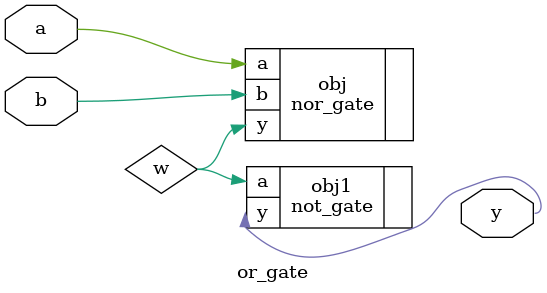
<source format=v>
`include "nor.v"
`include "not.v"

module or_gate(input a, input b, output y);
wire w;

nor_gate obj(.a(a),.b(b),.y(w));
not_gate obj1(.a(w),.y(y));

endmodule

</source>
